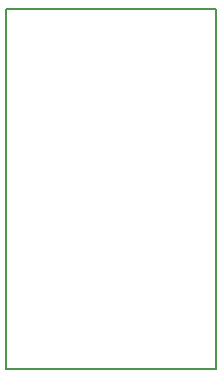
<source format=gbr>
%TF.GenerationSoftware,KiCad,Pcbnew,(6.0.9)*%
%TF.CreationDate,2022-11-12T15:20:29-05:00*%
%TF.ProjectId,6116_FRAM_MOD,36313136-5f46-4524-914d-5f4d4f442e6b,rev?*%
%TF.SameCoordinates,Original*%
%TF.FileFunction,Profile,NP*%
%FSLAX46Y46*%
G04 Gerber Fmt 4.6, Leading zero omitted, Abs format (unit mm)*
G04 Created by KiCad (PCBNEW (6.0.9)) date 2022-11-12 15:20:29*
%MOMM*%
%LPD*%
G01*
G04 APERTURE LIST*
%TA.AperFunction,Profile*%
%ADD10C,0.127000*%
%TD*%
G04 APERTURE END LIST*
D10*
X110490000Y-87630000D02*
X110490000Y-57150000D01*
X128270000Y-87630000D02*
X110490000Y-87630000D01*
X128270000Y-57150000D02*
X128270000Y-87630000D01*
X110490000Y-57150000D02*
X128270000Y-57150000D01*
M02*

</source>
